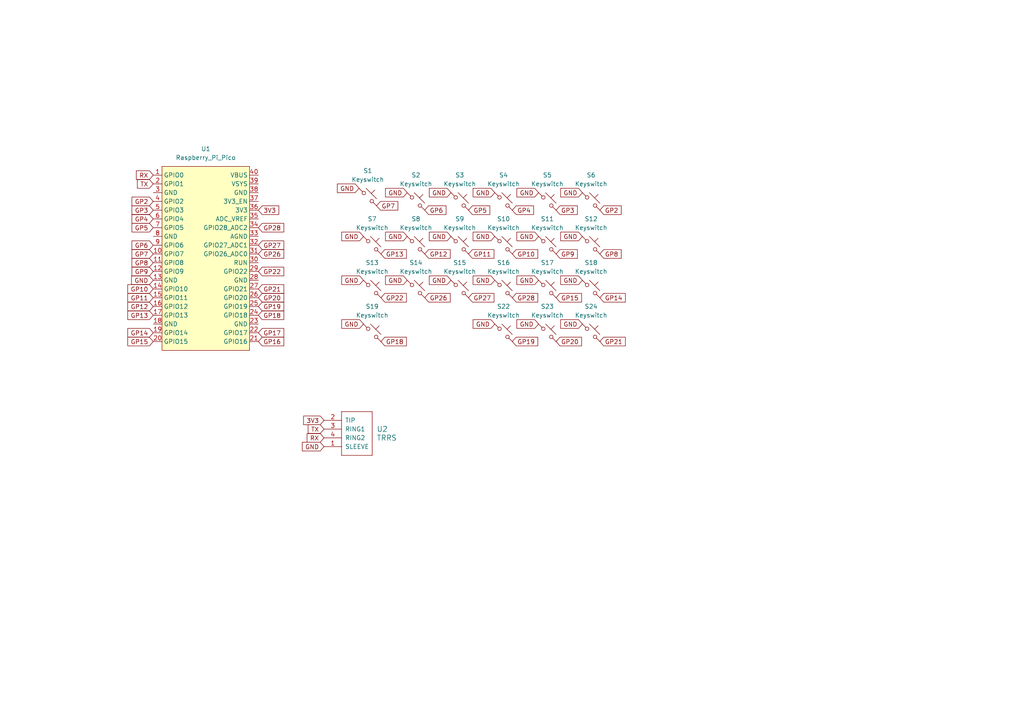
<source format=kicad_sch>
(kicad_sch (version 20231120) (generator "eeschema") (generator_version "8.0")
  (paper "A4")
  (lib_symbols
    (symbol "ScottoKeebs:MCU_Raspberry_Pi_Pico"
      (property "Reference" "U1" (at 0 31.75 0))
      (property "Value" "Raspberry_Pi_Pico" (at 0 29.21 0))
      (symbol "MCU_Raspberry_Pi_Pico_0_1"
        (rectangle (start -12.7 26.67) (end 12.7 -26.67) (fill (type background)))
      )
      (symbol "MCU_Raspberry_Pi_Pico_1_1"
        (pin bidirectional line (at -15.24 24.13 0) (length 2.54) (name "GPIO0") (number "1"))
        (pin bidirectional line (at -15.24 1.27 0) (length 2.54) (name "GPIO7") (number "10"))
        (pin bidirectional line (at -15.24 -1.27 0) (length 2.54) (name "GPIO8") (number "11"))
        (pin bidirectional line (at -15.24 -3.81 0) (length 2.54) (name "GPIO9") (number "12"))
        (pin power_in line (at -15.24 -6.35 0) (length 2.54) (name "GND") (number "13"))
        (pin bidirectional line (at -15.24 -8.89 0) (length 2.54) (name "GPIO10") (number "14"))
        (pin bidirectional line (at -15.24 -11.43 0) (length 2.54) (name "GPIO11") (number "15"))
        (pin bidirectional line (at -15.24 -13.97 0) (length 2.54) (name "GPIO12") (number "16"))
        (pin bidirectional line (at -15.24 -16.51 0) (length 2.54) (name "GPIO13") (number "17"))
        (pin power_in line (at -15.24 -19.05 0) (length 2.54) (name "GND") (number "18"))
        (pin bidirectional line (at -15.24 -21.59 0) (length 2.54) (name "GPIO14") (number "19"))
        (pin bidirectional line (at -15.24 21.59 0) (length 2.54) (name "GPIO1") (number "2"))
        (pin bidirectional line (at -15.24 -24.13 0) (length 2.54) (name "GPIO15") (number "20"))
        (pin bidirectional line (at 15.24 -24.13 180) (length 2.54) (name "GPIO16") (number "21"))
        (pin bidirectional line (at 15.24 -21.59 180) (length 2.54) (name "GPIO17") (number "22"))
        (pin power_in line (at 15.24 -19.05 180) (length 2.54) (name "GND") (number "23"))
        (pin bidirectional line (at 15.24 -16.51 180) (length 2.54) (name "GPIO18") (number "24"))
        (pin bidirectional line (at 15.24 -13.97 180) (length 2.54) (name "GPIO19") (number "25"))
        (pin bidirectional line (at 15.24 -11.43 180) (length 2.54) (name "GPIO20") (number "26"))
        (pin bidirectional line (at 15.24 -8.89 180) (length 2.54) (name "GPIO21") (number "27"))
        (pin power_in line (at 15.24 -6.35 180) (length 2.54) (name "GND") (number "28"))
        (pin bidirectional line (at 15.24 -3.81 180) (length 2.54) (name "GPIO22") (number "29"))
        (pin power_in line (at -15.24 19.05 0) (length 2.54) (name "GND") (number "3"))
        (pin input line (at 15.24 -1.27 180) (length 2.54) (name "RUN") (number "30"))
        (pin bidirectional line (at 15.24 1.27 180) (length 2.54) (name "GPIO26_ADC0") (number "31"))
        (pin bidirectional line (at 15.24 3.81 180) (length 2.54) (name "GPIO27_ADC1") (number "32"))
        (pin power_in line (at 15.24 6.35 180) (length 2.54) (name "AGND") (number "33"))
        (pin bidirectional line (at 15.24 8.89 180) (length 2.54) (name "GPIO28_ADC2") (number "34"))
        (pin power_in line (at 15.24 11.43 180) (length 2.54) (name "ADC_VREF") (number "35"))
        (pin power_in line (at 15.24 13.97 180) (length 2.54) (name "3V3") (number "36"))
        (pin input line (at 15.24 16.51 180) (length 2.54) (name "3V3_EN") (number "37"))
        (pin bidirectional line (at 15.24 19.05 180) (length 2.54) (name "GND") (number "38"))
        (pin power_in line (at 15.24 21.59 180) (length 2.54) (name "VSYS") (number "39"))
        (pin bidirectional line (at -15.24 16.51 0) (length 2.54) (name "GPIO2") (number "4"))
        (pin power_in line (at 15.24 24.13 180) (length 2.54) (name "VBUS") (number "40"))
        (pin bidirectional line (at -15.24 13.97 0) (length 2.54) (name "GPIO3") (number "5"))
        (pin bidirectional line (at -15.24 11.43 0) (length 2.54) (name "GPIO4") (number "6"))
        (pin bidirectional line (at -15.24 8.89 0) (length 2.54) (name "GPIO5") (number "7"))
        (pin power_in line (at -15.24 6.35 0) (length 2.54) (name "GND") (number "8"))
        (pin bidirectional line (at -15.24 3.81 0) (length 2.54) (name "GPIO6") (number "9"))
      )
    )
    (symbol "ScottoKeebs:Placeholder_Keyswitch" (pin_numbers hide) (pin_names (offset 1.016) hide)
      (property "Reference" "S" (at 3.048 1.016 0))
      (property "Value" "Keyswitch" (at 0 -3.81 0))
      (symbol "Placeholder_Keyswitch_0_1"
        (circle (center -1.1684 1.1684) (radius 0.508))
        (polyline (pts (xy -0.508 2.54) (xy 2.54 -0.508)))
        (polyline (pts (xy 1.016 1.016) (xy 2.032 2.032)))
        (polyline (pts (xy -2.54 2.54) (xy -1.524 1.524) (xy -1.524 1.524)))
        (polyline (pts (xy 1.524 -1.524) (xy 2.54 -2.54) (xy 2.54 -2.54) (xy 2.54 -2.54)))
        (circle (center 1.143 -1.1938) (radius 0.508))
        (pin passive line (at -2.54 2.54 0) (length 0) (name "1") (number "1"))
        (pin passive line (at 2.54 -2.54 180) (length 0) (name "2") (number "2"))
      )
    )
    (symbol "ScottoKeebs:Placeholder_TRRS" (pin_names (offset 1.016))
      (property "Reference" "U" (at 0 15.24 0))
      (property "Value" "TRRS" (at 0 -2.54 0))
      (symbol "Placeholder_TRRS_0_1"
        (rectangle (start -3.81 0) (end -3.81 12.7))
        (rectangle (start -3.81 0) (end 5.08 0))
        (rectangle (start -3.81 12.7) (end 5.08 12.7))
        (rectangle (start 5.08 12.7) (end 5.08 0))
      )
      (symbol "Placeholder_TRRS_1_1"
        (pin input line (at -8.89 2.54 0) (length 5.08) (name "SLEEVE") (number "1"))
        (pin input line (at -8.89 10.16 0) (length 5.08) (name "TIP") (number "2"))
        (pin input line (at -8.89 7.62 0) (length 5.08) (name "RING1") (number "3"))
        (pin input line (at -8.89 5.08 0) (length 5.08) (name "RING2") (number "4"))
      )
    )
  )
  (global_label "GND" (shape input) (at 104.14 54.61 180) (property "Intersheetrefs" "${INTERSHEET_REFS}" (effects (hide yes))))
  (global_label "GND" (shape input) (at 44.45 81.28 180) (property "Intersheetrefs" "${INTERSHEET_REFS}" (effects (hide yes))))
  (global_label "GP15" (shape input) (at 161.29 86.36 0) (property "Intersheetrefs" "${INTERSHEET_REFS}" (effects (hide yes))))
  (global_label "GND" (shape input) (at 105.41 68.58 180) (property "Intersheetrefs" "${INTERSHEET_REFS}" (effects (hide yes))))
  (global_label "GND" (shape input) (at 93.98 129.54 180) (property "Intersheetrefs" "${INTERSHEET_REFS}" (effects (hide yes))))
  (global_label "GND" (shape input) (at 156.21 93.98 180) (property "Intersheetrefs" "${INTERSHEET_REFS}" (effects (hide yes))))
  (global_label "GND" (shape input) (at 130.81 68.58 180) (property "Intersheetrefs" "${INTERSHEET_REFS}" (effects (hide yes))))
  (global_label "GND" (shape input) (at 143.51 68.58 180) (property "Intersheetrefs" "${INTERSHEET_REFS}" (effects (hide yes))))
  (global_label "GP11" (shape input) (at 135.89 73.66 0) (property "Intersheetrefs" "${INTERSHEET_REFS}" (effects (hide yes))))
  (global_label "GND" (shape input) (at 156.21 81.28 180) (property "Intersheetrefs" "${INTERSHEET_REFS}" (effects (hide yes))))
  (global_label "RX" (shape input) (at 44.45 50.8 180) (property "Intersheetrefs" "${INTERSHEET_REFS}" (effects (hide yes))))
  (global_label "GND" (shape input) (at 168.91 55.88 180) (property "Intersheetrefs" "${INTERSHEET_REFS}" (effects (hide yes))))
  (global_label "GP6" (shape input) (at 123.19 60.96 0) (property "Intersheetrefs" "${INTERSHEET_REFS}" (effects (hide yes))))
  (global_label "GND" (shape input) (at 118.11 68.58 180) (property "Intersheetrefs" "${INTERSHEET_REFS}" (effects (hide yes))))
  (global_label "GP2" (shape input) (at 173.99 60.96 0) (property "Intersheetrefs" "${INTERSHEET_REFS}" (effects (hide yes))))
  (global_label "GND" (shape input) (at 143.51 93.98 180) (property "Intersheetrefs" "${INTERSHEET_REFS}" (effects (hide yes))))
  (global_label "GND" (shape input) (at 118.11 55.88 180) (property "Intersheetrefs" "${INTERSHEET_REFS}" (effects (hide yes))))
  (global_label "GP16" (shape input) (at 74.93 99.06 0) (property "Intersheetrefs" "${INTERSHEET_REFS}" (effects (hide yes))))
  (global_label "GP20" (shape input) (at 74.93 86.36 0) (property "Intersheetrefs" "${INTERSHEET_REFS}" (effects (hide yes))))
  (global_label "GP8" (shape input) (at 44.45 76.2 180) (property "Intersheetrefs" "${INTERSHEET_REFS}" (effects (hide yes))))
  (global_label "GP19" (shape input) (at 74.93 88.9 0) (property "Intersheetrefs" "${INTERSHEET_REFS}" (effects (hide yes))))
  (global_label "GP22" (shape input) (at 74.93 78.74 0) (property "Intersheetrefs" "${INTERSHEET_REFS}" (effects (hide yes))))
  (global_label "GP2" (shape input) (at 44.45 58.42 180) (property "Intersheetrefs" "${INTERSHEET_REFS}" (effects (hide yes))))
  (global_label "GP6" (shape input) (at 44.45 71.12 180) (property "Intersheetrefs" "${INTERSHEET_REFS}" (effects (hide yes))))
  (global_label "GND" (shape input) (at 105.41 93.98 180) (property "Intersheetrefs" "${INTERSHEET_REFS}" (effects (hide yes))))
  (global_label "GND" (shape input) (at 156.21 68.58 180) (property "Intersheetrefs" "${INTERSHEET_REFS}" (effects (hide yes))))
  (global_label "GP17" (shape input) (at 74.93 96.52 0) (property "Intersheetrefs" "${INTERSHEET_REFS}" (effects (hide yes))))
  (global_label "GND" (shape input) (at 156.21 55.88 180) (property "Intersheetrefs" "${INTERSHEET_REFS}" (effects (hide yes))))
  (global_label "GP22" (shape input) (at 110.49 86.36 0) (property "Intersheetrefs" "${INTERSHEET_REFS}" (effects (hide yes))))
  (global_label "GP4" (shape input) (at 44.45 63.5 180) (property "Intersheetrefs" "${INTERSHEET_REFS}" (effects (hide yes))))
  (global_label "GP9" (shape input) (at 161.29 73.66 0) (property "Intersheetrefs" "${INTERSHEET_REFS}" (effects (hide yes))))
  (global_label "GND" (shape input) (at 143.51 81.28 180) (property "Intersheetrefs" "${INTERSHEET_REFS}" (effects (hide yes))))
  (global_label "GP5" (shape input) (at 44.45 66.04 180) (property "Intersheetrefs" "${INTERSHEET_REFS}" (effects (hide yes))))
  (global_label "TX" (shape input) (at 44.45 53.34 180) (property "Intersheetrefs" "${INTERSHEET_REFS}" (effects (hide yes))))
  (global_label "GP3" (shape input) (at 44.45 60.96 180) (property "Intersheetrefs" "${INTERSHEET_REFS}" (effects (hide yes))))
  (global_label "GND" (shape input) (at 130.81 81.28 180) (property "Intersheetrefs" "${INTERSHEET_REFS}" (effects (hide yes))))
  (global_label "GP7" (shape input) (at 109.22 59.69 0) (property "Intersheetrefs" "${INTERSHEET_REFS}" (effects (hide yes))))
  (global_label "GND" (shape input) (at 168.91 68.58 180) (property "Intersheetrefs" "${INTERSHEET_REFS}" (effects (hide yes))))
  (global_label "GP27" (shape input) (at 74.93 71.12 0) (property "Intersheetrefs" "${INTERSHEET_REFS}" (effects (hide yes))))
  (global_label "GP14" (shape input) (at 44.45 96.52 180) (property "Intersheetrefs" "${INTERSHEET_REFS}" (effects (hide yes))))
  (global_label "GP12" (shape input) (at 123.19 73.66 0) (property "Intersheetrefs" "${INTERSHEET_REFS}" (effects (hide yes))))
  (global_label "GP18" (shape input) (at 74.93 91.44 0) (property "Intersheetrefs" "${INTERSHEET_REFS}" (effects (hide yes))))
  (global_label "3V3" (shape input) (at 93.98 121.92 180) (property "Intersheetrefs" "${INTERSHEET_REFS}" (effects (hide yes))))
  (global_label "GP13" (shape input) (at 44.45 91.44 180) (property "Intersheetrefs" "${INTERSHEET_REFS}" (effects (hide yes))))
  (global_label "GP26" (shape input) (at 123.19 86.36 0) (property "Intersheetrefs" "${INTERSHEET_REFS}" (effects (hide yes))))
  (global_label "GP20" (shape input) (at 161.29 99.06 0) (property "Intersheetrefs" "${INTERSHEET_REFS}" (effects (hide yes))))
  (global_label "GP3" (shape input) (at 161.29 60.96 0) (property "Intersheetrefs" "${INTERSHEET_REFS}" (effects (hide yes))))
  (global_label "GP19" (shape input) (at 148.59 99.06 0) (property "Intersheetrefs" "${INTERSHEET_REFS}" (effects (hide yes))))
  (global_label "GP18" (shape input) (at 110.49 99.06 0) (property "Intersheetrefs" "${INTERSHEET_REFS}" (effects (hide yes))))
  (global_label "GP9" (shape input) (at 44.45 78.74 180) (property "Intersheetrefs" "${INTERSHEET_REFS}" (effects (hide yes))))
  (global_label "GP21" (shape input) (at 74.93 83.82 0) (property "Intersheetrefs" "${INTERSHEET_REFS}" (effects (hide yes))))
  (global_label "GP10" (shape input) (at 44.45 83.82 180) (property "Intersheetrefs" "${INTERSHEET_REFS}" (effects (hide yes))))
  (global_label "GND" (shape input) (at 168.91 93.98 180) (property "Intersheetrefs" "${INTERSHEET_REFS}" (effects (hide yes))))
  (global_label "GP15" (shape input) (at 44.45 99.06 180) (property "Intersheetrefs" "${INTERSHEET_REFS}" (effects (hide yes))))
  (global_label "TX" (shape input) (at 93.98 124.46 180) (property "Intersheetrefs" "${INTERSHEET_REFS}" (effects (hide yes))))
  (global_label "GP28" (shape input) (at 148.59 86.36 0) (property "Intersheetrefs" "${INTERSHEET_REFS}" (effects (hide yes))))
  (global_label "GP26" (shape input) (at 74.93 73.66 0) (property "Intersheetrefs" "${INTERSHEET_REFS}" (effects (hide yes))))
  (global_label "GND" (shape input) (at 168.91 81.28 180) (property "Intersheetrefs" "${INTERSHEET_REFS}" (effects (hide yes))))
  (global_label "GP14" (shape input) (at 173.99 86.36 0) (property "Intersheetrefs" "${INTERSHEET_REFS}" (effects (hide yes))))
  (global_label "GND" (shape input) (at 143.51 55.88 180) (property "Intersheetrefs" "${INTERSHEET_REFS}" (effects (hide yes))))
  (global_label "GP12" (shape input) (at 44.45 88.9 180) (property "Intersheetrefs" "${INTERSHEET_REFS}" (effects (hide yes))))
  (global_label "GP5" (shape input) (at 135.89 60.96 0) (property "Intersheetrefs" "${INTERSHEET_REFS}" (effects (hide yes))))
  (global_label "GP27" (shape input) (at 135.89 86.36 0) (property "Intersheetrefs" "${INTERSHEET_REFS}" (effects (hide yes))))
  (global_label "RX" (shape input) (at 93.98 127 180) (property "Intersheetrefs" "${INTERSHEET_REFS}" (effects (hide yes))))
  (global_label "GND" (shape input) (at 130.81 55.88 180) (property "Intersheetrefs" "${INTERSHEET_REFS}" (effects (hide yes))))
  (global_label "GND" (shape input) (at 118.11 81.28 180) (property "Intersheetrefs" "${INTERSHEET_REFS}" (effects (hide yes))))
  (global_label "GND" (shape input) (at 105.41 81.28 180) (property "Intersheetrefs" "${INTERSHEET_REFS}" (effects (hide yes))))
  (global_label "GP11" (shape input) (at 44.45 86.36 180) (property "Intersheetrefs" "${INTERSHEET_REFS}" (effects (hide yes))))
  (global_label "GP10" (shape input) (at 148.59 73.66 0) (property "Intersheetrefs" "${INTERSHEET_REFS}" (effects (hide yes))))
  (global_label "GP7" (shape input) (at 44.45 73.66 180) (property "Intersheetrefs" "${INTERSHEET_REFS}" (effects (hide yes))))
  (global_label "GP21" (shape input) (at 173.99 99.06 0) (property "Intersheetrefs" "${INTERSHEET_REFS}" (effects (hide yes))))
  (global_label "GP13" (shape input) (at 110.49 73.66 0) (property "Intersheetrefs" "${INTERSHEET_REFS}" (effects (hide yes))))
  (global_label "GP8" (shape input) (at 173.99 73.66 0) (property "Intersheetrefs" "${INTERSHEET_REFS}" (effects (hide yes))))
  (global_label "GP4" (shape input) (at 148.59 60.96 0) (property "Intersheetrefs" "${INTERSHEET_REFS}" (effects (hide yes))))
  (global_label "GP28" (shape input) (at 74.93 66.04 0) (property "Intersheetrefs" "${INTERSHEET_REFS}" (effects (hide yes))))
  (global_label "3V3" (shape input) (at 74.93 60.96 0) (property "Intersheetrefs" "${INTERSHEET_REFS}" (effects (hide yes))))
  (symbol (lib_id "ScottoKeebs:Placeholder_Keyswitch") (at 146.05 71.12 0) (unit 1)
    (property "Reference" "S10" (at 146.05 63.5 0))
    (property "Value" "Keyswitch" (at 146.05 66.04 0))
    (property "Footprint" "ScottoKeebs_MX:SW_Cherry_MX_1.00u_PCB_reversible" (effects (hide yes)))
    (property "Description" "Push button switch, normally open, two pins, 45° tilted" (effects (hide yes)))
  )
  (symbol (lib_id "ScottoKeebs:Placeholder_Keyswitch") (at 107.95 83.82 0) (unit 1)
    (property "Reference" "S13" (at 107.95 76.2 0))
    (property "Value" "Keyswitch" (at 107.95 78.74 0))
    (property "Footprint" "ScottoKeebs_MX:SW_Cherry_MX_1.00u_PCB_reversible" (effects (hide yes)))
    (property "Description" "Push button switch, normally open, two pins, 45° tilted" (effects (hide yes)))
  )
  (symbol (lib_id "ScottoKeebs:Placeholder_Keyswitch") (at 158.75 96.52 0) (unit 1)
    (property "Reference" "S23" (at 158.75 88.9 0))
    (property "Value" "Keyswitch" (at 158.75 91.44 0))
    (property "Footprint" "ScottoKeebs_MX:SW_Cherry_MX_1.00u_PCB_reversible" (effects (hide yes)))
    (property "Description" "Push button switch, normally open, two pins, 45° tilted" (effects (hide yes)))
  )
  (symbol (lib_id "ScottoKeebs:Placeholder_Keyswitch") (at 120.65 83.82 0) (unit 1)
    (property "Reference" "S14" (at 120.65 76.2 0))
    (property "Value" "Keyswitch" (at 120.65 78.74 0))
    (property "Footprint" "ScottoKeebs_MX:SW_Cherry_MX_1.00u_PCB_reversible" (effects (hide yes)))
    (property "Description" "Push button switch, normally open, two pins, 45° tilted" (effects (hide yes)))
  )
  (symbol (lib_id "ScottoKeebs:Placeholder_Keyswitch") (at 120.65 71.12 0) (unit 1)
    (property "Reference" "S8" (at 120.65 63.5 0))
    (property "Value" "Keyswitch" (at 120.65 66.04 0))
    (property "Footprint" "ScottoKeebs_MX:SW_Cherry_MX_1.00u_PCB_reversible" (effects (hide yes)))
    (property "Description" "Push button switch, normally open, two pins, 45° tilted" (effects (hide yes)))
  )
  (symbol (lib_id "ScottoKeebs:Placeholder_Keyswitch") (at 106.68 57.15 0) (unit 1)
    (property "Reference" "S1" (at 106.68 49.53 0))
    (property "Value" "Keyswitch" (at 106.68 52.07 0))
    (property "Footprint" "ScottoKeebs_MX:SW_Cherry_MX_1.00u_PCB_reversible" (effects (hide yes)))
    (property "Description" "Push button switch, normally open, two pins, 45° tilted" (effects (hide yes)))
  )
  (symbol (lib_id "ScottoKeebs:Placeholder_Keyswitch") (at 146.05 83.82 0) (unit 1)
    (property "Reference" "S16" (at 146.05 76.2 0))
    (property "Value" "Keyswitch" (at 146.05 78.74 0))
    (property "Footprint" "ScottoKeebs_MX:SW_Cherry_MX_1.00u_PCB_reversible" (effects (hide yes)))
    (property "Description" "Push button switch, normally open, two pins, 45° tilted" (effects (hide yes)))
  )
  (symbol (lib_id "ScottoKeebs:Placeholder_Keyswitch") (at 146.05 58.42 0) (unit 1)
    (property "Reference" "S4" (at 146.05 50.8 0))
    (property "Value" "Keyswitch" (at 146.05 53.34 0))
    (property "Footprint" "ScottoKeebs_MX:SW_Cherry_MX_1.00u_PCB_reversible" (effects (hide yes)))
    (property "Description" "Push button switch, normally open, two pins, 45° tilted" (effects (hide yes)))
  )
  (symbol (lib_id "ScottoKeebs:Placeholder_Keyswitch") (at 133.35 71.12 0) (unit 1)
    (property "Reference" "S9" (at 133.35 63.5 0))
    (property "Value" "Keyswitch" (at 133.35 66.04 0))
    (property "Footprint" "ScottoKeebs_MX:SW_Cherry_MX_1.00u_PCB_reversible" (effects (hide yes)))
    (property "Description" "Push button switch, normally open, two pins, 45° tilted" (effects (hide yes)))
  )
  (symbol (lib_id "ScottoKeebs:Placeholder_Keyswitch") (at 171.45 71.12 0) (unit 1)
    (property "Reference" "S12" (at 171.45 63.5 0))
    (property "Value" "Keyswitch" (at 171.45 66.04 0))
    (property "Footprint" "ScottoKeebs_MX:SW_Cherry_MX_1.00u_PCB_reversible" (effects (hide yes)))
    (property "Description" "Push button switch, normally open, two pins, 45° tilted" (effects (hide yes)))
  )
  (symbol (lib_id "ScottoKeebs:Placeholder_Keyswitch") (at 146.05 96.52 0) (unit 1)
    (property "Reference" "S22" (at 146.05 88.9 0))
    (property "Value" "Keyswitch" (at 146.05 91.44 0))
    (property "Footprint" "ScottoKeebs_MX:SW_Cherry_MX_1.00u_PCB_reversible" (effects (hide yes)))
    (property "Description" "Push button switch, normally open, two pins, 45° tilted" (effects (hide yes)))
  )
  (symbol (lib_id "ScottoKeebs:Placeholder_Keyswitch") (at 133.35 58.42 0) (unit 1)
    (property "Reference" "S3" (at 133.35 50.8 0))
    (property "Value" "Keyswitch" (at 133.35 53.34 0))
    (property "Footprint" "ScottoKeebs_MX:SW_Cherry_MX_1.00u_PCB_reversible" (effects (hide yes)))
    (property "Description" "Push button switch, normally open, two pins, 45° tilted" (effects (hide yes)))
  )
  (symbol (lib_id "ScottoKeebs:Placeholder_TRRS") (at 102.87 132.08 0) (unit 1)
    (property "Reference" "U2" (at 109.22 124.4599 0) (effects (font (size 1.524 1.524)) (justify left)))
    (property "Value" "TRRS" (at 109.22 126.9999 0) (effects (font (size 1.524 1.524)) (justify left)))
    (property "Footprint" "ScottoKeebs_Components:PJ-320A_reversible" (effects (hide yes)))
  )
  (symbol (lib_id "ScottoKeebs:Placeholder_Keyswitch") (at 120.65 58.42 0) (unit 1)
    (property "Reference" "S2" (at 120.65 50.8 0))
    (property "Value" "Keyswitch" (at 120.65 53.34 0))
    (property "Footprint" "ScottoKeebs_MX:SW_Cherry_MX_1.00u_PCB_reversible" (effects (hide yes)))
    (property "Description" "Push button switch, normally open, two pins, 45° tilted" (effects (hide yes)))
  )
  (symbol (lib_id "ScottoKeebs:Placeholder_Keyswitch") (at 158.75 58.42 0) (unit 1)
    (property "Reference" "S5" (at 158.75 50.8 0))
    (property "Value" "Keyswitch" (at 158.75 53.34 0))
    (property "Footprint" "ScottoKeebs_MX:SW_Cherry_MX_1.00u_PCB_reversible" (effects (hide yes)))
    (property "Description" "Push button switch, normally open, two pins, 45° tilted" (effects (hide yes)))
  )
  (symbol (lib_id "ScottoKeebs:Placeholder_Keyswitch") (at 133.35 83.82 0) (unit 1)
    (property "Reference" "S15" (at 133.35 76.2 0))
    (property "Value" "Keyswitch" (at 133.35 78.74 0))
    (property "Footprint" "ScottoKeebs_MX:SW_Cherry_MX_1.00u_PCB_reversible" (effects (hide yes)))
    (property "Description" "Push button switch, normally open, two pins, 45° tilted" (effects (hide yes)))
  )
  (symbol (lib_id "ScottoKeebs:MCU_Raspberry_Pi_Pico") (at 59.69 74.93 0) (unit 1)
    (property "Reference" "U1" (at 59.69 43.18 0))
    (property "Value" "Raspberry_Pi_Pico" (at 59.69 45.72 0))
    (property "Footprint" "ScottoKeebs_MCU:Raspberry_Pi_Pico_reversible" (effects (hide yes)))
  )
  (symbol (lib_id "ScottoKeebs:Placeholder_Keyswitch") (at 107.95 96.52 0) (unit 1)
    (property "Reference" "S19" (at 107.95 88.9 0))
    (property "Value" "Keyswitch" (at 107.95 91.44 0))
    (property "Footprint" "ScottoKeebs_MX:SW_Cherry_MX_1.00u_PCB_reversible" (effects (hide yes)))
    (property "Description" "Push button switch, normally open, two pins, 45° tilted" (effects (hide yes)))
  )
  (symbol (lib_id "ScottoKeebs:Placeholder_Keyswitch") (at 107.95 71.12 0) (unit 1)
    (property "Reference" "S7" (at 107.95 63.5 0))
    (property "Value" "Keyswitch" (at 107.95 66.04 0))
    (property "Footprint" "ScottoKeebs_MX:SW_Cherry_MX_1.00u_PCB_reversible" (effects (hide yes)))
    (property "Description" "Push button switch, normally open, two pins, 45° tilted" (effects (hide yes)))
  )
  (symbol (lib_id "ScottoKeebs:Placeholder_Keyswitch") (at 171.45 58.42 0) (unit 1)
    (property "Reference" "S6" (at 171.45 50.8 0))
    (property "Value" "Keyswitch" (at 171.45 53.34 0))
    (property "Footprint" "ScottoKeebs_MX:SW_Cherry_MX_1.00u_PCB_reversible" (effects (hide yes)))
    (property "Description" "Push button switch, normally open, two pins, 45° tilted" (effects (hide yes)))
  )
  (symbol (lib_id "ScottoKeebs:Placeholder_Keyswitch") (at 171.45 96.52 0) (unit 1)
    (property "Reference" "S24" (at 171.45 88.9 0))
    (property "Value" "Keyswitch" (at 171.45 91.44 0))
    (property "Footprint" "ScottoKeebs_MX:SW_Cherry_MX_1.00u_PCB_reversible" (effects (hide yes)))
    (property "Description" "Push button switch, normally open, two pins, 45° tilted" (effects (hide yes)))
  )
  (symbol (lib_id "ScottoKeebs:Placeholder_Keyswitch") (at 171.45 83.82 0) (unit 1)
    (property "Reference" "S18" (at 171.45 76.2 0))
    (property "Value" "Keyswitch" (at 171.45 78.74 0))
    (property "Footprint" "ScottoKeebs_MX:SW_Cherry_MX_1.00u_PCB_reversible" (effects (hide yes)))
    (property "Description" "Push button switch, normally open, two pins, 45° tilted" (effects (hide yes)))
  )
  (symbol (lib_id "ScottoKeebs:Placeholder_Keyswitch") (at 158.75 71.12 0) (unit 1)
    (property "Reference" "S11" (at 158.75 63.5 0))
    (property "Value" "Keyswitch" (at 158.75 66.04 0))
    (property "Footprint" "ScottoKeebs_MX:SW_Cherry_MX_1.00u_PCB_reversible" (effects (hide yes)))
    (property "Description" "Push button switch, normally open, two pins, 45° tilted" (effects (hide yes)))
  )
  (symbol (lib_id "ScottoKeebs:Placeholder_Keyswitch") (at 158.75 83.82 0) (unit 1)
    (property "Reference" "S17" (at 158.75 76.2 0))
    (property "Value" "Keyswitch" (at 158.75 78.74 0))
    (property "Footprint" "ScottoKeebs_MX:SW_Cherry_MX_1.00u_PCB_reversible" (effects (hide yes)))
    (property "Description" "Push button switch, normally open, two pins, 45° tilted" (effects (hide yes)))
  )
)
</source>
